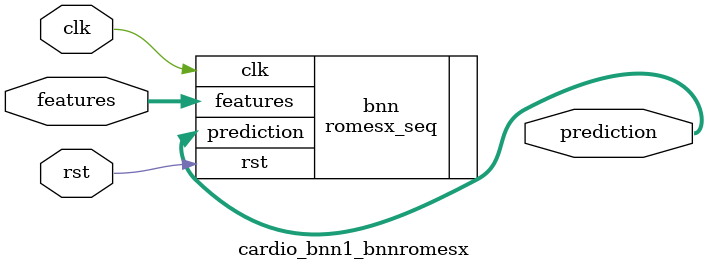
<source format=v>













module cardio_bnn1_bnnromesx #(

parameter FEAT_CNT = 19,
parameter HIDDEN_CNT = 40,
parameter FEAT_BITS = 4,
parameter CLASS_CNT = 3,
parameter TEST_CNT = 1000


  ) (
  input clk,
  input rst,
  input [FEAT_CNT*FEAT_BITS-1:0] features,
  output [$clog2(CLASS_CNT)-1:0] prediction
  );

  localparam Weights0 = 760'b0000011011111100100011101010010000101011000001110111011001000001001000110000111101101000110100100011001000110001010010010100000010100011010111011011101110101010101110011100110100000011000000001011000010110101111110000101100111100000111010111101011100000011110111010000010010010110100011110010111010100010011000001100011000110011100010000001000111001010111001010110100000001000000110000111000100001010011111100000111010111000011011010101001110100100001011101110010000010010101000111101011000101100000000011011101000010000000110011110101001111111001000110000000101001000011000101001101010101011101101011010101100110010001111011001000101101100110001101001000010001110101101101101101110101100101111000110001001010100100101000101011100100101010100111101000110101011 ;
  localparam Weights1 = 120'b101010000001111100000011001000100011100111001011000110110011011101101001101001110100101100111001001101110110000110110011 ;

  romesx_seq #(.FEAT_CNT(FEAT_CNT),.FEAT_BITS(FEAT_BITS),.HIDDEN_CNT(HIDDEN_CNT),.CLASS_CNT(CLASS_CNT),.Weights0(Weights0),.Weights1(Weights1)) bnn (
    .clk(clk),
    .rst(rst),
    .features(features),
    .prediction(prediction)
  );

endmodule

</source>
